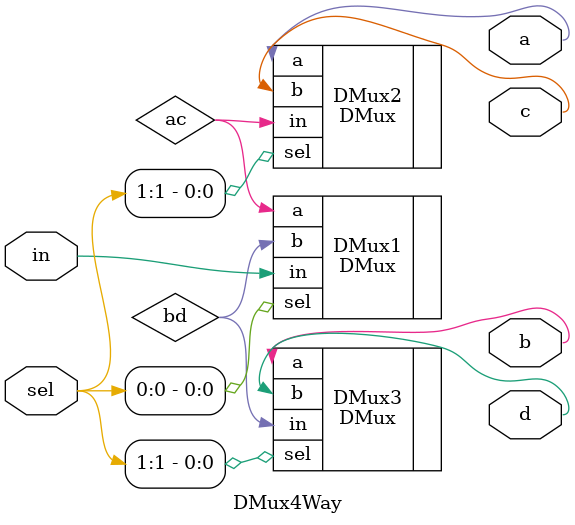
<source format=v>
module DMux4Way (
  input wire in,
  input wire [1:0] sel,
  output wire a, b, c, d
);

wire ac, bd;

DMux DMux1(.in(in), .sel(sel[0]), .a(ac), .b(bd));
DMux DMux2(.in(ac), .sel(sel[1]), .a(a), .b(c));
DMux DMux3(.in(bd), .sel(sel[1]), .a(b), .b(d));

endmodule

</source>
